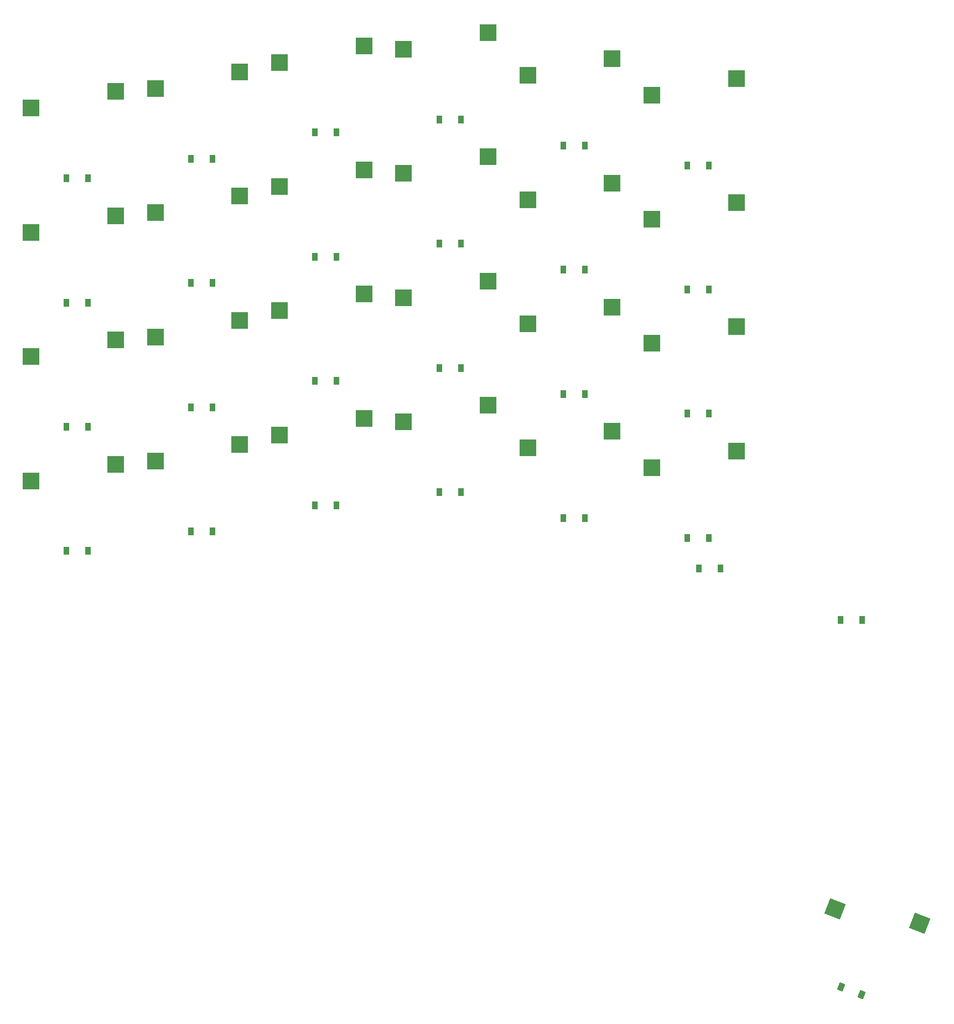
<source format=gbr>
%TF.GenerationSoftware,KiCad,Pcbnew,(6.0.8)*%
%TF.CreationDate,2022-12-10T18:32:28-07:00*%
%TF.ProjectId,scaarix_flow,73636161-7269-4785-9f66-6c6f772e6b69,v1.0.0*%
%TF.SameCoordinates,Original*%
%TF.FileFunction,Paste,Bot*%
%TF.FilePolarity,Positive*%
%FSLAX46Y46*%
G04 Gerber Fmt 4.6, Leading zero omitted, Abs format (unit mm)*
G04 Created by KiCad (PCBNEW (6.0.8)) date 2022-12-10 18:32:28*
%MOMM*%
%LPD*%
G01*
G04 APERTURE LIST*
G04 Aperture macros list*
%AMRotRect*
0 Rectangle, with rotation*
0 The origin of the aperture is its center*
0 $1 length*
0 $2 width*
0 $3 Rotation angle, in degrees counterclockwise*
0 Add horizontal line*
21,1,$1,$2,0,0,$3*%
G04 Aperture macros list end*
%ADD10R,2.550000X2.500000*%
%ADD11R,0.900000X1.200000*%
%ADD12RotRect,2.550000X2.500000X159.000000*%
%ADD13RotRect,0.900000X1.200000X339.000000*%
G04 APERTURE END LIST*
D10*
%TO.C,S18*%
X214293500Y-102871500D03*
X227220500Y-100331500D03*
%TD*%
%TO.C,S7*%
X157293500Y-85871500D03*
X170220500Y-83331500D03*
%TD*%
%TO.C,S4*%
X138293500Y-69871500D03*
X151220500Y-67331500D03*
%TD*%
%TO.C,S22*%
X233293500Y-105871500D03*
X246220500Y-103331500D03*
%TD*%
%TO.C,S13*%
X195293500Y-117871500D03*
X208220500Y-115331500D03*
%TD*%
D11*
%TO.C,D19*%
X219728500Y-94611500D03*
X223028500Y-94611500D03*
%TD*%
%TO.C,D4*%
X143728500Y-80611500D03*
X147028500Y-80611500D03*
%TD*%
D10*
%TO.C,S11*%
X176293500Y-81871500D03*
X189220500Y-79331500D03*
%TD*%
%TO.C,S8*%
X157293500Y-66871500D03*
X170220500Y-64331500D03*
%TD*%
D11*
%TO.C,D21*%
X238728500Y-135611500D03*
X242028500Y-135611500D03*
%TD*%
%TO.C,D16*%
X200728500Y-71611500D03*
X204028500Y-71611500D03*
%TD*%
D10*
%TO.C,S17*%
X214293500Y-121871500D03*
X227220500Y-119331500D03*
%TD*%
D11*
%TO.C,D5*%
X162728500Y-134611500D03*
X166028500Y-134611500D03*
%TD*%
%TO.C,D7*%
X162728500Y-96611500D03*
X166028500Y-96611500D03*
%TD*%
D10*
%TO.C,S12*%
X176293500Y-62871500D03*
X189220500Y-60331500D03*
%TD*%
D11*
%TO.C,D2*%
X143728500Y-118611500D03*
X147028500Y-118611500D03*
%TD*%
D10*
%TO.C,S10*%
X176293500Y-100871500D03*
X189220500Y-98331500D03*
%TD*%
%TO.C,S6*%
X157293500Y-104871500D03*
X170220500Y-102331500D03*
%TD*%
D11*
%TO.C,D14*%
X200728500Y-109611500D03*
X204028500Y-109611500D03*
%TD*%
%TO.C,D20*%
X219728500Y-75611500D03*
X223028500Y-75611500D03*
%TD*%
D10*
%TO.C,S2*%
X138293500Y-107871500D03*
X151220500Y-105331500D03*
%TD*%
D11*
%TO.C,D13*%
X200728500Y-128611500D03*
X204028500Y-128611500D03*
%TD*%
D10*
%TO.C,S20*%
X214293500Y-64871500D03*
X227220500Y-62331500D03*
%TD*%
D11*
%TO.C,D17*%
X219728500Y-132611500D03*
X223028500Y-132611500D03*
%TD*%
D10*
%TO.C,S19*%
X214293500Y-83871500D03*
X227220500Y-81331500D03*
%TD*%
%TO.C,S15*%
X195293500Y-79871500D03*
X208220500Y-77331500D03*
%TD*%
D12*
%TO.C,S27*%
X261274337Y-192334943D03*
X274252986Y-194596271D03*
%TD*%
D11*
%TO.C,D6*%
X162728500Y-115611500D03*
X166028500Y-115611500D03*
%TD*%
%TO.C,D18*%
X219728500Y-113611500D03*
X223028500Y-113611500D03*
%TD*%
%TO.C,D11*%
X181728500Y-92611500D03*
X185028500Y-92611500D03*
%TD*%
D10*
%TO.C,S21*%
X233293500Y-124871500D03*
X246220500Y-122331500D03*
%TD*%
%TO.C,S9*%
X176293500Y-119871500D03*
X189220500Y-117331500D03*
%TD*%
D11*
%TO.C,D22*%
X238728500Y-116611500D03*
X242028500Y-116611500D03*
%TD*%
%TO.C,D12*%
X181728500Y-73611500D03*
X185028500Y-73611500D03*
%TD*%
%TO.C,D25*%
X240515570Y-140311500D03*
X243815570Y-140311500D03*
%TD*%
%TO.C,D26*%
X262128500Y-148177964D03*
X265428500Y-148177964D03*
%TD*%
D10*
%TO.C,S23*%
X233293500Y-86871500D03*
X246220500Y-84331500D03*
%TD*%
D11*
%TO.C,D15*%
X200728500Y-90611500D03*
X204028500Y-90611500D03*
%TD*%
%TO.C,D23*%
X238728500Y-97611500D03*
X242028500Y-97611500D03*
%TD*%
%TO.C,D24*%
X238728500Y-78611500D03*
X242028500Y-78611500D03*
%TD*%
D10*
%TO.C,S16*%
X195293500Y-60871500D03*
X208220500Y-58331500D03*
%TD*%
%TO.C,S5*%
X157293500Y-123871500D03*
X170220500Y-121331500D03*
%TD*%
D13*
%TO.C,D27*%
X262252805Y-204309327D03*
X265333621Y-205491941D03*
%TD*%
D10*
%TO.C,S1*%
X138293500Y-126871500D03*
X151220500Y-124331500D03*
%TD*%
%TO.C,S14*%
X195293500Y-98871500D03*
X208220500Y-96331500D03*
%TD*%
D11*
%TO.C,D8*%
X162728500Y-77611500D03*
X166028500Y-77611500D03*
%TD*%
%TO.C,D10*%
X181728500Y-111611500D03*
X185028500Y-111611500D03*
%TD*%
%TO.C,D9*%
X181728500Y-130611500D03*
X185028500Y-130611500D03*
%TD*%
%TO.C,D1*%
X143728500Y-137611500D03*
X147028500Y-137611500D03*
%TD*%
%TO.C,D3*%
X143728500Y-99611500D03*
X147028500Y-99611500D03*
%TD*%
D10*
%TO.C,S3*%
X138293500Y-88871500D03*
X151220500Y-86331500D03*
%TD*%
%TO.C,S24*%
X233293500Y-67871500D03*
X246220500Y-65331500D03*
%TD*%
M02*

</source>
